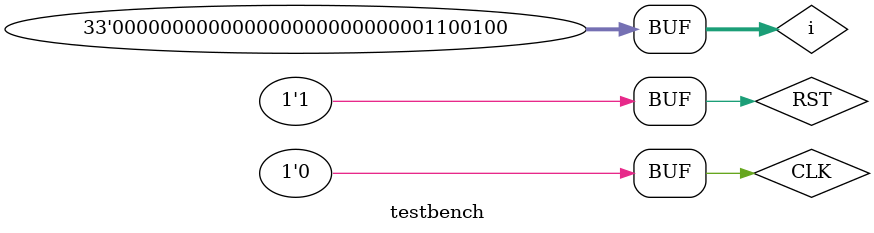
<source format=v>
`timescale 1ns / 1ps
`include "UPDN_COUNTER.v"

module testbench;

	// Inputs
	reg CLK;
	reg RST;

	// Outputs
	wire [3:0] OUT;
	reg [32:0] i;
	// Instantiate the Unit Under Test (UUT)
	UPDN_COUNTER uut (
		.CLK(CLK), 
		.RST(RST), 
		.OUT(OUT)
	);

	initial begin
		// Initialize Inputs
		CLK = 0;
		RST = 0;

		// Wait 100 ns for global reset to finish
		#100;
        
		// Add stimulus here
		
		for(i = 0; i < 100; i = i + 1)begin
			#5 CLK = ~CLK;
			if( i == 3) RST = 1;
		end
	end
      
endmodule


</source>
